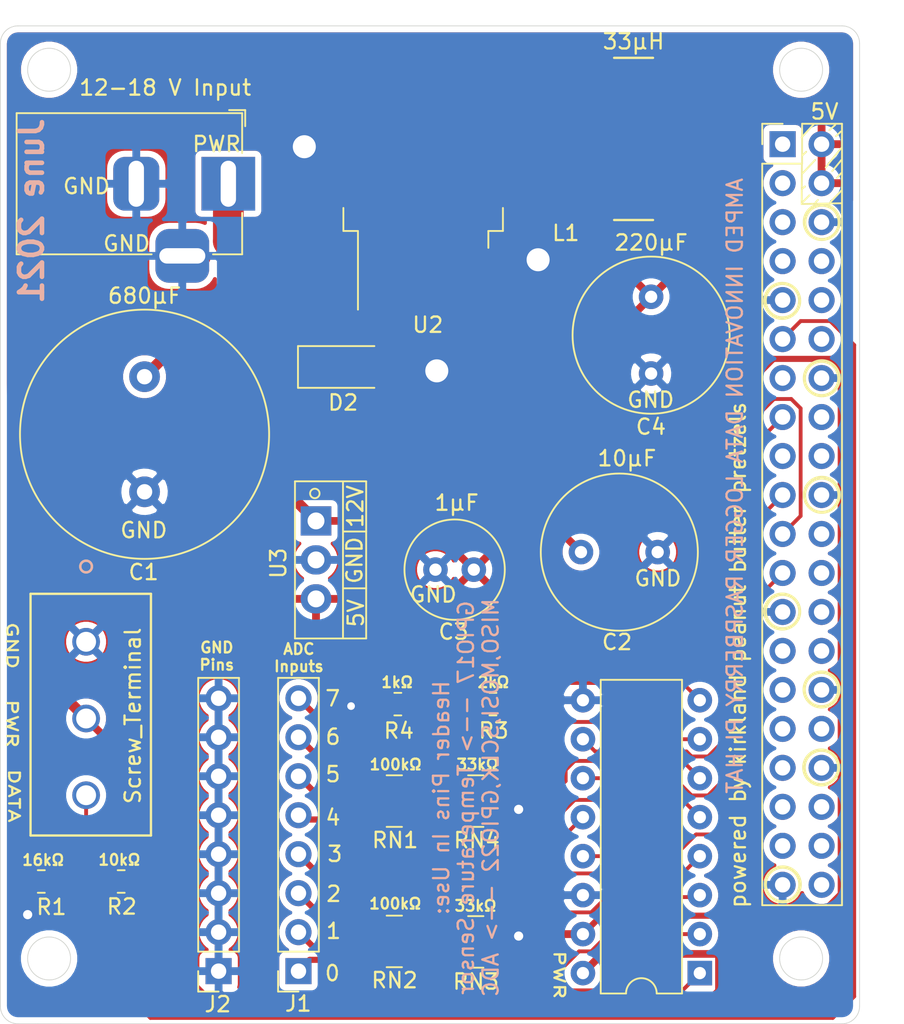
<source format=kicad_pcb>
(kicad_pcb (version 20171130) (host pcbnew "(5.1.9)-1")
  (title_block (title "Data Hat") (date 2021-05-21) (rev 1) (company "Amped Innovation") (comment 1 "Made by Jack on Earth"))
  (layers (0 F.Cu signal) (31 B.Cu signal) (34 B.Paste user) (35 F.Paste user) (36 B.SilkS user hide) (37 F.SilkS user) (38 B.Mask user) (39 F.Mask user hide) (44 Edge.Cuts user))
  (net 0 "")
  (net 1 "Net-(C1-Pad1)")
  (net 2 GND)
  (net 3 "Net-(C3-Pad1)")
  (net 4 "Net-(C4-Pad1)")
  (net 5 "Net-(D2-Pad1)")
  (net 6 "Net-(J1-Pad1)")
  (net 7 "Net-(J1-Pad2)")
  (net 8 "Net-(J1-Pad3)")
  (net 9 "Net-(J1-Pad4)")
  (net 10 "Net-(J1-Pad5)")
  (net 11 "Net-(J1-Pad6)")
  (net 12 "Net-(J1-Pad7)")
  (net 13 "Net-(J1-Pad8)")
  (net 14 "Net-(J3-Pad3)")
  (net 15 "Net-(J5-Pad1)")
  (net 16 "Net-(J5-Pad3)")
  (net 17 "Net-(J5-Pad5)")
  (net 18 "Net-(J5-Pad7)")
  (net 19 "Net-(J5-Pad8)")
  (net 20 "Net-(J5-Pad10)")
  (net 21 "Net-(J5-Pad12)")
  (net 22 "Net-(J5-Pad13)")
  (net 23 "Net-(J5-Pad15)")
  (net 24 "Net-(J5-Pad16)")
  (net 25 "Net-(J5-Pad17)")
  (net 26 "Net-(J5-Pad18)")
  (net 27 "Net-(J5-Pad19)")
  (net 28 "Net-(J5-Pad21)")
  (net 29 "Net-(J5-Pad22)")
  (net 30 "Net-(J5-Pad23)")
  (net 31 "Net-(J5-Pad24)")
  (net 32 "Net-(J5-Pad26)")
  (net 33 "Net-(J5-Pad27)")
  (net 34 "Net-(J5-Pad28)")
  (net 35 "Net-(J5-Pad29)")
  (net 36 "Net-(J5-Pad31)")
  (net 37 "Net-(J5-Pad32)")
  (net 38 "Net-(J5-Pad33)")
  (net 39 "Net-(J5-Pad35)")
  (net 40 "Net-(J5-Pad36)")
  (net 41 "Net-(J5-Pad37)")
  (net 42 "Net-(J5-Pad38)")
  (net 43 "Net-(J5-Pad40)")
  (net 44 "Net-(R3-Pad1)")
  (net 45 "Net-(RN1-Pad7)")
  (net 46 "Net-(RN1-Pad8)")
  (net 47 "Net-(RN1-Pad5)")
  (net 48 "Net-(RN1-Pad6)")
  (net 49 "Net-(RN2-Pad7)")
  (net 50 "Net-(RN2-Pad8)")
  (net 51 "Net-(RN2-Pad5)")
  (net 52 "Net-(RN2-Pad6)")
  (module Connector_PinHeader_2.54mm:PinHeader_2x20_P2.54mm_Vertical (layer F.Cu) (at 215.2015 57.4929)
    (fp_text reference J5)
    (fp_text value Raspberry_Pi_2_3)
    (pad 1 thru_hole rect (at 0 0) (size 1.7 1.7) (drill 1) (layers *.Cu *.Mask) (net 15 "Net-(J5-Pad1)"))
    (pad 2 thru_hole oval (at 2.54 0) (size 1.7 1.7) (drill 1) (layers *.Cu *.Mask) (net 4 "Net-(C4-Pad1)"))
    (pad 3 thru_hole oval (at 0 2.54) (size 1.7 1.7) (drill 1) (layers *.Cu *.Mask) (net 16 "Net-(J5-Pad3)"))
    (pad 4 thru_hole oval (at 2.54 2.54) (size 1.7 1.7) (drill 1) (layers *.Cu *.Mask) (net 4 "Net-(C4-Pad1)"))
    (pad 5 thru_hole oval (at 0 5.08) (size 1.7 1.7) (drill 1) (layers *.Cu *.Mask) (net 17 "Net-(J5-Pad5)"))
    (pad 6 thru_hole oval (at 2.54 5.08) (size 1.7 1.7) (drill 1) (layers *.Cu *.Mask) (net 2 GND))
    (pad 7 thru_hole oval (at 0 7.62) (size 1.7 1.7) (drill 1) (layers *.Cu *.Mask) (net 18 "Net-(J5-Pad7)"))
    (pad 8 thru_hole oval (at 2.54 7.62) (size 1.7 1.7) (drill 1) (layers *.Cu *.Mask) (net 19 "Net-(J5-Pad8)"))
    (pad 9 thru_hole oval (at 0 10.16) (size 1.7 1.7) (drill 1) (layers *.Cu *.Mask) (net 2 GND))
    (pad 10 thru_hole oval (at 2.54 10.16) (size 1.7 1.7) (drill 1) (layers *.Cu *.Mask) (net 20 "Net-(J5-Pad10)"))
    (pad 11 thru_hole oval (at 0 12.7) (size 1.7 1.7) (drill 1) (layers *.Cu *.Mask) (net 14 "Net-(J3-Pad3)"))
    (pad 12 thru_hole oval (at 2.54 12.7) (size 1.7 1.7) (drill 1) (layers *.Cu *.Mask) (net 21 "Net-(J5-Pad12)"))
    (pad 13 thru_hole oval (at 0 15.24) (size 1.7 1.7) (drill 1) (layers *.Cu *.Mask) (net 22 "Net-(J5-Pad13)"))
    (pad 14 thru_hole oval (at 2.54 15.24) (size 1.7 1.7) (drill 1) (layers *.Cu *.Mask) (net 2 GND))
    (pad 15 thru_hole oval (at 0 17.78) (size 1.7 1.7) (drill 1) (layers *.Cu *.Mask) (net 23 "Net-(J5-Pad15)"))
    (pad 16 thru_hole oval (at 2.54 17.78) (size 1.7 1.7) (drill 1) (layers *.Cu *.Mask) (net 24 "Net-(J5-Pad16)"))
    (pad 17 thru_hole oval (at 0 20.32) (size 1.7 1.7) (drill 1) (layers *.Cu *.Mask) (net 25 "Net-(J5-Pad17)"))
    (pad 18 thru_hole oval (at 2.54 20.32) (size 1.7 1.7) (drill 1) (layers *.Cu *.Mask) (net 26 "Net-(J5-Pad18)"))
    (pad 19 thru_hole oval (at 0 22.86) (size 1.7 1.7) (drill 1) (layers *.Cu *.Mask) (net 27 "Net-(J5-Pad19)"))
    (pad 20 thru_hole oval (at 2.54 22.86) (size 1.7 1.7) (drill 1) (layers *.Cu *.Mask) (net 2 GND))
    (pad 21 thru_hole oval (at 0 25.4) (size 1.7 1.7) (drill 1) (layers *.Cu *.Mask) (net 28 "Net-(J5-Pad21)"))
    (pad 22 thru_hole oval (at 2.54 25.4) (size 1.7 1.7) (drill 1) (layers *.Cu *.Mask) (net 29 "Net-(J5-Pad22)"))
    (pad 23 thru_hole oval (at 0 27.94) (size 1.7 1.7) (drill 1) (layers *.Cu *.Mask) (net 30 "Net-(J5-Pad23)"))
    (pad 24 thru_hole oval (at 2.54 27.94) (size 1.7 1.7) (drill 1) (layers *.Cu *.Mask) (net 31 "Net-(J5-Pad24)"))
    (pad 25 thru_hole oval (at 0 30.48) (size 1.7 1.7) (drill 1) (layers *.Cu *.Mask) (net 2 GND))
    (pad 26 thru_hole oval (at 2.54 30.48) (size 1.7 1.7) (drill 1) (layers *.Cu *.Mask) (net 32 "Net-(J5-Pad26)"))
    (pad 27 thru_hole oval (at 0 33.02) (size 1.7 1.7) (drill 1) (layers *.Cu *.Mask) (net 33 "Net-(J5-Pad27)"))
    (pad 28 thru_hole oval (at 2.54 33.02) (size 1.7 1.7) (drill 1) (layers *.Cu *.Mask) (net 34 "Net-(J5-Pad28)"))
    (pad 29 thru_hole oval (at 0 35.56) (size 1.7 1.7) (drill 1) (layers *.Cu *.Mask) (net 35 "Net-(J5-Pad29)"))
    (pad 30 thru_hole oval (at 2.54 35.56) (size 1.7 1.7) (drill 1) (layers *.Cu *.Mask) (net 2 GND))
    (pad 31 thru_hole oval (at 0 38.1) (size 1.7 1.7) (drill 1) (layers *.Cu *.Mask) (net 36 "Net-(J5-Pad31)"))
    (pad 32 thru_hole oval (at 2.54 38.1) (size 1.7 1.7) (drill 1) (layers *.Cu *.Mask) (net 37 "Net-(J5-Pad32)"))
    (pad 33 thru_hole oval (at 0 40.64) (size 1.7 1.7) (drill 1) (layers *.Cu *.Mask) (net 38 "Net-(J5-Pad33)"))
    (pad 34 thru_hole oval (at 2.54 40.64) (size 1.7 1.7) (drill 1) (layers *.Cu *.Mask) (net 2 GND))
    (pad 35 thru_hole oval (at 0 43.18) (size 1.7 1.7) (drill 1) (layers *.Cu *.Mask) (net 39 "Net-(J5-Pad35)"))
    (pad 36 thru_hole oval (at 2.54 43.18) (size 1.7 1.7) (drill 1) (layers *.Cu *.Mask) (net 40 "Net-(J5-Pad36)"))
    (pad 37 thru_hole oval (at 0 45.72) (size 1.7 1.7) (drill 1) (layers *.Cu *.Mask) (net 41 "Net-(J5-Pad37)"))
    (pad 38 thru_hole oval (at 2.54 45.72) (size 1.7 1.7) (drill 1) (layers *.Cu *.Mask) (net 42 "Net-(J5-Pad38)"))
    (pad 39 thru_hole oval (at 0 48.26) (size 1.7 1.7) (drill 1) (layers *.Cu *.Mask) (net 2 GND))
    (pad 40 thru_hole oval (at 2.54 48.26) (size 1.7 1.7) (drill 1) (layers *.Cu *.Mask) (net 43 "Net-(J5-Pad40)"))
  )
  (module Resistor_SMD:R_Array_Convex_4x0603 (layer F.Cu) (at 195.199 109.474)
    (fp_text reference RN3 (at 0.0127 2.5908) (layer F.SilkS))
    (fp_text value 33kΩ (at -0.0127 -2.3495) (layer F.SilkS) (effects (font (size 0.7 0.7))))
    (pad 5 smd rect (at 0.9 1.2) (size 0.8 0.5) (layers F.Cu F.Paste F.Mask) (net 2 GND))
    (pad 6 smd rect (at 0.9 0.4) (size 0.8 0.4) (layers F.Cu F.Paste F.Mask) (net 2 GND))
    (pad 8 smd rect (at 0.9 -1.2) (size 0.8 0.5) (layers F.Cu F.Paste F.Mask) (net 2 GND))
    (pad 7 smd rect (at 0.9 -0.4) (size 0.8 0.4) (layers F.Cu F.Paste F.Mask) (net 2 GND))
    (pad 4 smd rect (at -0.9 1.2) (size 0.8 0.5) (layers F.Cu F.Paste F.Mask) (net 51 "Net-(RN2-Pad5)"))
    (pad 2 smd rect (at -0.9 -0.4) (size 0.8 0.4) (layers F.Cu F.Paste F.Mask) (net 49 "Net-(RN2-Pad7)"))
    (pad 3 smd rect (at -0.9 0.4) (size 0.8 0.4) (layers F.Cu F.Paste F.Mask) (net 52 "Net-(RN2-Pad6)"))
    (pad 1 smd rect (at -0.9 -1.2) (size 0.8 0.5) (layers F.Cu F.Paste F.Mask) (net 50 "Net-(RN2-Pad8)"))
  )
  (module Resistor_SMD:R_Array_Convex_4x0603 (layer F.Cu) (at 189.889 109.442)
    (fp_text reference RN2 (at 0.0141 2.5339) (layer F.SilkS))
    (fp_text value 100kΩ (at 0.0649 -2.4572) (layer F.SilkS) (effects (font (size 0.7 0.7))))
    (pad 5 smd rect (at 0.9 1.2) (size 0.8 0.5) (layers F.Cu F.Paste F.Mask) (net 51 "Net-(RN2-Pad5)"))
    (pad 6 smd rect (at 0.9 0.4) (size 0.8 0.4) (layers F.Cu F.Paste F.Mask) (net 52 "Net-(RN2-Pad6)"))
    (pad 8 smd rect (at 0.9 -1.2) (size 0.8 0.5) (layers F.Cu F.Paste F.Mask) (net 50 "Net-(RN2-Pad8)"))
    (pad 7 smd rect (at 0.9 -0.4) (size 0.8 0.4) (layers F.Cu F.Paste F.Mask) (net 49 "Net-(RN2-Pad7)"))
    (pad 4 smd rect (at -0.9 1.2) (size 0.8 0.5) (layers F.Cu F.Paste F.Mask) (net 6 "Net-(J1-Pad1)"))
    (pad 2 smd rect (at -0.9 -0.4) (size 0.8 0.4) (layers F.Cu F.Paste F.Mask) (net 8 "Net-(J1-Pad3)"))
    (pad 3 smd rect (at -0.9 0.4) (size 0.8 0.4) (layers F.Cu F.Paste F.Mask) (net 7 "Net-(J1-Pad2)"))
    (pad 1 smd rect (at -0.9 -1.2) (size 0.8 0.5) (layers F.Cu F.Paste F.Mask) (net 9 "Net-(J1-Pad4)"))
  )
  (module Resistor_SMD:R_Array_Convex_4x0603 (layer F.Cu) (at 195.199 100.298)
    (fp_text reference RN4 (at 0.0635 2.5593) (layer F.SilkS))
    (fp_text value 33kΩ (at 0.1143 -2.381) (layer F.SilkS) (effects (font (size 0.7 0.7))))
    (pad 5 smd rect (at 0.9 1.2) (size 0.8 0.5) (layers F.Cu F.Paste F.Mask) (net 2 GND))
    (pad 6 smd rect (at 0.9 0.4) (size 0.8 0.4) (layers F.Cu F.Paste F.Mask) (net 2 GND))
    (pad 8 smd rect (at 0.9 -1.2) (size 0.8 0.5) (layers F.Cu F.Paste F.Mask) (net 2 GND))
    (pad 7 smd rect (at 0.9 -0.4) (size 0.8 0.4) (layers F.Cu F.Paste F.Mask) (net 2 GND))
    (pad 4 smd rect (at -0.9 1.2) (size 0.8 0.5) (layers F.Cu F.Paste F.Mask) (net 47 "Net-(RN1-Pad5)"))
    (pad 2 smd rect (at -0.9 -0.4) (size 0.8 0.4) (layers F.Cu F.Paste F.Mask) (net 45 "Net-(RN1-Pad7)"))
    (pad 3 smd rect (at -0.9 0.4) (size 0.8 0.4) (layers F.Cu F.Paste F.Mask) (net 48 "Net-(RN1-Pad6)"))
    (pad 1 smd rect (at -0.9 -1.2) (size 0.8 0.5) (layers F.Cu F.Paste F.Mask) (net 46 "Net-(RN1-Pad8)"))
  )
  (module Resistor_SMD:R_Array_Convex_4x0603 (layer F.Cu) (at 189.889 100.298)
    (fp_text reference RN1 (at 0.0522 2.5466) (layer F.SilkS))
    (fp_text value 100kΩ (at 0.0903 -2.381) (layer F.SilkS) (effects (font (size 0.7 0.7))))
    (pad 5 smd rect (at 0.9 1.2) (size 0.8 0.5) (layers F.Cu F.Paste F.Mask) (net 47 "Net-(RN1-Pad5)"))
    (pad 6 smd rect (at 0.9 0.4) (size 0.8 0.4) (layers F.Cu F.Paste F.Mask) (net 48 "Net-(RN1-Pad6)"))
    (pad 8 smd rect (at 0.9 -1.2) (size 0.8 0.5) (layers F.Cu F.Paste F.Mask) (net 46 "Net-(RN1-Pad8)"))
    (pad 7 smd rect (at 0.9 -0.4) (size 0.8 0.4) (layers F.Cu F.Paste F.Mask) (net 45 "Net-(RN1-Pad7)"))
    (pad 4 smd rect (at -0.9 1.2) (size 0.8 0.5) (layers F.Cu F.Paste F.Mask) (net 10 "Net-(J1-Pad5)"))
    (pad 2 smd rect (at -0.9 -0.4) (size 0.8 0.4) (layers F.Cu F.Paste F.Mask) (net 12 "Net-(J1-Pad7)"))
    (pad 3 smd rect (at -0.9 0.4) (size 0.8 0.4) (layers F.Cu F.Paste F.Mask) (net 11 "Net-(J1-Pad6)"))
    (pad 1 smd rect (at -0.9 -1.2) (size 0.8 0.5) (layers F.Cu F.Paste F.Mask) (net 13 "Net-(J1-Pad8)"))
  )
  (module Capacitor_THT:C_Radial_D10.0mm_H20.0mm_P5.00mm (layer F.Cu) (at 206.629 67.437 270)
    (fp_text reference C4 (at 8.4709 0.0127 180) (layer F.SilkS))
    (fp_text value 220μF (at -3.5306 0 180) (layer F.SilkS))
    (pad 1 thru_hole circle (at 0 0 270) (size 1.6 1.6) (drill 0.8) (layers *.Cu *.Mask) (net 4 "Net-(C4-Pad1)"))
    (pad 2 thru_hole circle (at 5 0 270) (size 1.6 1.6) (drill 0.8) (layers *.Cu *.Mask) (net 2 GND))
  )
  (module Connector_BarrelJack:BarrelJack_Horizontal (layer F.Cu) (at 179.07 60.071)
    (fp_text reference J6)
    (fp_text value Barrel_Jack_Switch)
    (pad 3 thru_hole roundrect (at -3 4.7) (size 3.5 3.5) (drill oval 3 1) (layers *.Cu *.Mask) (net 2 GND))
    (pad 2 thru_hole roundrect (at -6 0) (size 3 3.5) (drill oval 1 3) (layers *.Cu *.Mask) (net 2 GND))
    (pad 1 thru_hole rect (at 0 0) (size 3.5 3.5) (drill oval 1 3) (layers *.Cu *.Mask) (net 1 "Net-(C1-Pad1)"))
  )
  (module Capacitor_THT:C_Radial_D10.0mm_H20.0mm_P5.00mm (layer F.Cu) (at 202.057 84.074)
    (fp_text reference C2 (at 2.3495 5.8674) (layer F.SilkS))
    (fp_text value 10μF (at 2.9972 -6.1087) (layer F.SilkS))
    (pad 2 thru_hole circle (at 5 0) (size 1.6 1.6) (drill 0.8) (layers *.Cu *.Mask) (net 2 GND))
    (pad 1 thru_hole circle (at 0 0) (size 1.6 1.6) (drill 0.8) (layers *.Cu *.Mask) (net 1 "Net-(C1-Pad1)"))
  )
  (module Capacitor_THT:C_Radial_D6.3mm_H11.0mm_P2.50mm (layer F.Cu) (at 195.072 85.217 180)
    (fp_text reference C3 (at 1.3208 -4.0513) (layer F.SilkS))
    (fp_text value 1μF (at 1.1176 4.3561) (layer F.SilkS))
    (pad 1 thru_hole circle (at 0 0 180) (size 1.6 1.6) (drill 0.8) (layers *.Cu *.Mask) (net 3 "Net-(C3-Pad1)"))
    (pad 2 thru_hole circle (at 2.5 0 180) (size 1.6 1.6) (drill 0.8) (layers *.Cu *.Mask) (net 2 GND))
  )
  (module Capacitor_THT:C_Radial_D16.0mm_H25.0mm_P7.50mm (layer F.Cu) (at 173.609 72.644 270)
    (fp_text reference C1 (at 12.7381 0.0635 180) (layer F.SilkS))
    (fp_text value 680μF (at -5.2705 0 180) (layer F.SilkS))
    (pad 1 thru_hole circle (at 0 0 270) (size 2 2) (drill 1) (layers *.Cu *.Mask) (net 1 "Net-(C1-Pad1)"))
    (pad 2 thru_hole circle (at 7.5 0 270) (size 2 2) (drill 1) (layers *.Cu *.Mask) (net 2 GND))
  )
  (module Diode_SMD:D_SOD-128 (layer F.Cu) (at 186.69 72.009)
    (fp_text reference D2 (at -0.1397 2.3241) (layer F.SilkS))
    (fp_text value D_Schottky)
    (pad 1 smd rect (at -2.2 0) (size 1.4 2.1) (layers F.Cu F.Paste F.Mask) (net 5 "Net-(D2-Pad1)"))
    (pad 2 smd rect (at 2.2 0) (size 1.4 2.1) (layers F.Cu F.Paste F.Mask) (net 2 GND))
  )
  (module Connector_PinSocket_2.54mm:PinSocket_1x08_P2.54mm_Vertical (layer F.Cu) (at 183.642 111.379 180)
    (fp_text reference J1 (at 0.0127 -2.1209) (layer F.SilkS))
    (fp_text value Conn_01x08_Female)
    (pad 1 thru_hole rect (at 0 0 180) (size 1.7 1.7) (drill 1) (layers *.Cu *.Mask) (net 6 "Net-(J1-Pad1)"))
    (pad 2 thru_hole oval (at 0 2.54 180) (size 1.7 1.7) (drill 1) (layers *.Cu *.Mask) (net 7 "Net-(J1-Pad2)"))
    (pad 3 thru_hole oval (at 0 5.08 180) (size 1.7 1.7) (drill 1) (layers *.Cu *.Mask) (net 8 "Net-(J1-Pad3)"))
    (pad 4 thru_hole oval (at 0 7.62 180) (size 1.7 1.7) (drill 1) (layers *.Cu *.Mask) (net 9 "Net-(J1-Pad4)"))
    (pad 5 thru_hole oval (at 0 10.16 180) (size 1.7 1.7) (drill 1) (layers *.Cu *.Mask) (net 10 "Net-(J1-Pad5)"))
    (pad 6 thru_hole oval (at 0 12.7 180) (size 1.7 1.7) (drill 1) (layers *.Cu *.Mask) (net 11 "Net-(J1-Pad6)"))
    (pad 7 thru_hole oval (at 0 15.24 180) (size 1.7 1.7) (drill 1) (layers *.Cu *.Mask) (net 12 "Net-(J1-Pad7)"))
    (pad 8 thru_hole oval (at 0 17.78 180) (size 1.7 1.7) (drill 1) (layers *.Cu *.Mask) (net 13 "Net-(J1-Pad8)"))
  )
  (module 3screwterminal:TB002-500-03BE (layer F.Cu) (at 169.799 89.916 270)
    (fp_text reference J3)
    (fp_text value Screw_Terminal (at 4.826 -3.048 90) (layer F.SilkS))
    (fp_text user * (at 0 0 90) (layer F.SilkS))
    (pad 1 thru_hole circle (at 0 0 270) (size 1.8034 1.8034) (drill 1.2954) (layers *.Cu *.Mask) (net 2 GND))
    (pad 2 thru_hole circle (at 5 0 270) (size 1.8034 1.8034) (drill 1.2954) (layers *.Cu *.Mask) (net 4 "Net-(C4-Pad1)"))
    (pad 3 thru_hole circle (at 10 0 270) (size 1.8034 1.8034) (drill 1.2954) (layers *.Cu *.Mask) (net 14 "Net-(J3-Pad3)"))
  )
  (module Inductor33:SRN1060-330M (layer F.Cu) (at 205.486 57.15)
    (fp_text reference L1 (at -4.4196 6.1341) (layer F.SilkS))
    (fp_text value 33μH (at 0 -6.35) (layer F.SilkS))
    (pad 1 smd rect (at -3.302 0) (size 3.5052 10.2108) (layers F.Cu F.Paste F.Mask) (net 5 "Net-(D2-Pad1)"))
    (pad 2 smd rect (at 3.302 0) (size 3.5052 10.2108) (layers F.Cu F.Paste F.Mask) (net 4 "Net-(C4-Pad1)"))
  )
  (module Resistor_SMD:R_0805_2012Metric (layer F.Cu) (at 166.878 105.537 180)
    (fp_text reference R1 (at -0.6604 -1.6637) (layer F.SilkS))
    (fp_text value 16kΩ (at -0.127 1.397) (layer F.SilkS) (effects (font (size 0.7 0.7))))
    (pad 1 smd roundrect (at -0.9125 0 180) (size 1.025 1.4) (layers F.Cu F.Paste F.Mask) (roundrect_rratio 0.2439004878048781) (net 14 "Net-(J3-Pad3)"))
    (pad 2 smd roundrect (at 0.9125 0 180) (size 1.025 1.4) (layers F.Cu F.Paste F.Mask) (roundrect_rratio 0.2439004878048781) (net 2 GND))
  )
  (module Resistor_SMD:R_0805_2012Metric (layer F.Cu) (at 172.085 105.537 180)
    (fp_text reference R2 (at -0.0381 -1.6383) (layer F.SilkS))
    (fp_text value 10kΩ (at 0.1143 1.4097) (layer F.SilkS) (effects (font (size 0.7 0.7))))
    (pad 2 smd roundrect (at 0.9125 0 180) (size 1.025 1.4) (layers F.Cu F.Paste F.Mask) (roundrect_rratio 0.2439004878048781) (net 14 "Net-(J3-Pad3)"))
    (pad 1 smd roundrect (at -0.9125 0 180) (size 1.025 1.4) (layers F.Cu F.Paste F.Mask) (roundrect_rratio 0.2439004878048781) (net 4 "Net-(C4-Pad1)"))
  )
  (module Resistor_SMD:R_0805_2012Metric (layer F.Cu) (at 196.3185 93.98 180)
    (fp_text reference R3 (at -0.0489 -1.7272) (layer F.SilkS))
    (fp_text value 2kΩ (at -0.0362 1.4224) (layer F.SilkS) (effects (font (size 0.7 0.7))))
    (pad 2 smd roundrect (at 0.9125 0 180) (size 1.025 1.4) (layers F.Cu F.Paste F.Mask) (roundrect_rratio 0.2439004878048781) (net 28 "Net-(J5-Pad21)"))
    (pad 1 smd roundrect (at -0.9125 0 180) (size 1.025 1.4) (layers F.Cu F.Paste F.Mask) (roundrect_rratio 0.2439004878048781) (net 44 "Net-(R3-Pad1)"))
  )
  (module Resistor_SMD:R_0805_2012Metric (layer F.Cu) (at 190.119 93.98 180)
    (fp_text reference R4 (at -0.0635 -1.7399) (layer F.SilkS))
    (fp_text value 1kΩ (at 0.0381 1.4224) (layer F.SilkS) (effects (font (size 0.7 0.7))))
    (pad 1 smd roundrect (at -0.9125 0 180) (size 1.025 1.4) (layers F.Cu F.Paste F.Mask) (roundrect_rratio 0.2439004878048781) (net 28 "Net-(J5-Pad21)"))
    (pad 2 smd roundrect (at 0.9125 0 180) (size 1.025 1.4) (layers F.Cu F.Paste F.Mask) (roundrect_rratio 0.2439004878048781) (net 2 GND))
  )
  (module Package_DIP:DIP-16_W7.62mm (layer F.Cu) (at 209.804 111.506 180)
    (fp_text reference U1)
    (fp_text value MCP3008)
    (pad 1 thru_hole rect (at 0 0 180) (size 1.6 1.6) (drill 0.8) (layers *.Cu *.Mask) (net 51 "Net-(RN2-Pad5)"))
    (pad 9 thru_hole oval (at 7.62 17.78 180) (size 1.6 1.6) (drill 0.8) (layers *.Cu *.Mask) (net 2 GND))
    (pad 2 thru_hole oval (at 0 2.54 180) (size 1.6 1.6) (drill 0.8) (layers *.Cu *.Mask) (net 52 "Net-(RN2-Pad6)"))
    (pad 10 thru_hole oval (at 7.62 15.24 180) (size 1.6 1.6) (drill 0.8) (layers *.Cu *.Mask) (net 23 "Net-(J5-Pad15)"))
    (pad 3 thru_hole oval (at 0 5.08 180) (size 1.6 1.6) (drill 0.8) (layers *.Cu *.Mask) (net 49 "Net-(RN2-Pad7)"))
    (pad 11 thru_hole oval (at 7.62 12.7 180) (size 1.6 1.6) (drill 0.8) (layers *.Cu *.Mask) (net 27 "Net-(J5-Pad19)"))
    (pad 4 thru_hole oval (at 0 7.62 180) (size 1.6 1.6) (drill 0.8) (layers *.Cu *.Mask) (net 50 "Net-(RN2-Pad8)"))
    (pad 12 thru_hole oval (at 7.62 10.16 180) (size 1.6 1.6) (drill 0.8) (layers *.Cu *.Mask) (net 44 "Net-(R3-Pad1)"))
    (pad 5 thru_hole oval (at 0 10.16 180) (size 1.6 1.6) (drill 0.8) (layers *.Cu *.Mask) (net 47 "Net-(RN1-Pad5)"))
    (pad 13 thru_hole oval (at 7.62 7.62 180) (size 1.6 1.6) (drill 0.8) (layers *.Cu *.Mask) (net 30 "Net-(J5-Pad23)"))
    (pad 6 thru_hole oval (at 0 12.7 180) (size 1.6 1.6) (drill 0.8) (layers *.Cu *.Mask) (net 48 "Net-(RN1-Pad6)"))
    (pad 14 thru_hole oval (at 7.62 5.08 180) (size 1.6 1.6) (drill 0.8) (layers *.Cu *.Mask) (net 2 GND))
    (pad 7 thru_hole oval (at 0 15.24 180) (size 1.6 1.6) (drill 0.8) (layers *.Cu *.Mask) (net 45 "Net-(RN1-Pad7)"))
    (pad 15 thru_hole oval (at 7.62 2.54 180) (size 1.6 1.6) (drill 0.8) (layers *.Cu *.Mask) (net 3 "Net-(C3-Pad1)"))
    (pad 8 thru_hole oval (at 0 17.78 180) (size 1.6 1.6) (drill 0.8) (layers *.Cu *.Mask) (net 46 "Net-(RN1-Pad8)"))
    (pad 16 thru_hole oval (at 7.62 0 180) (size 1.6 1.6) (drill 0.8) (layers *.Cu *.Mask) (net 4 "Net-(C4-Pad1)"))
  )
  (module Package_TO_SOT_SMD:TO-263-5_TabPin3 (layer F.Cu) (at 191.77 60.198 90)
    (fp_text reference U2 (at -9.0678 0.3048 180) (layer F.SilkS))
    (fp_text value LM2596S-5)
    (pad 1 smd rect (at -5.775 -3.4 90) (size 4.6 1.1) (layers F.Cu F.Paste F.Mask) (net 1 "Net-(C1-Pad1)"))
    (pad 2 smd rect (at -5.775 -1.7 90) (size 4.6 1.1) (layers F.Cu F.Paste F.Mask) (net 5 "Net-(D2-Pad1)"))
    (pad 3 smd rect (at -5.775 0 90) (size 4.6 1.1) (layers F.Cu F.Paste F.Mask) (net 2 GND))
    (pad 4 smd rect (at -5.775 1.7 90) (size 4.6 1.1) (layers F.Cu F.Paste F.Mask) (net 4 "Net-(C4-Pad1)"))
    (pad 5 smd rect (at -5.775 3.4 90) (size 4.6 1.1) (layers F.Cu F.Paste F.Mask) (net 2 GND))
    (pad 3 smd rect (at 3.375 0 90) (size 9.4 10.8) (layers F.Cu F.Mask) (net 2 GND))
  )
  (module Package_TO_SOT_THT:TO-220-3_Vertical (layer F.Cu) (at 184.785 82.042 270)
    (fp_text reference U3 (at 2.7559 2.4511 90) (layer F.SilkS))
    (fp_text value LM7805_TO220)
    (pad 1 thru_hole rect (at 0 0 270) (size 1.905 2) (drill 1.1) (layers *.Cu *.Mask) (net 1 "Net-(C1-Pad1)"))
    (pad 2 thru_hole oval (at 2.54 0 270) (size 1.905 2) (drill 1.1) (layers *.Cu *.Mask) (net 2 GND))
    (pad 3 thru_hole oval (at 5.08 0 270) (size 1.905 2) (drill 1.1) (layers *.Cu *.Mask) (net 3 "Net-(C3-Pad1)"))
  )
  (module Connector_PinSocket_2.54mm:PinSocket_1x08_P2.54mm_Vertical (layer F.Cu) (at 178.435 111.379 180)
    (fp_text reference J2 (at 0.0508 -2.159) (layer F.SilkS))
    (fp_text value Conn_01x08_Female)
    (pad 1 thru_hole rect (at 0 0 180) (size 1.7 1.7) (drill 1) (layers *.Cu *.Mask) (net 2 GND))
    (pad 2 thru_hole oval (at 0 2.54 180) (size 1.7 1.7) (drill 1) (layers *.Cu *.Mask) (net 2 GND))
    (pad 3 thru_hole oval (at 0 5.08 180) (size 1.7 1.7) (drill 1) (layers *.Cu *.Mask) (net 2 GND))
    (pad 4 thru_hole oval (at 0 7.62 180) (size 1.7 1.7) (drill 1) (layers *.Cu *.Mask) (net 2 GND))
    (pad 5 thru_hole oval (at 0 10.16 180) (size 1.7 1.7) (drill 1) (layers *.Cu *.Mask) (net 2 GND))
    (pad 6 thru_hole oval (at 0 12.7 180) (size 1.7 1.7) (drill 1) (layers *.Cu *.Mask) (net 2 GND))
    (pad 7 thru_hole oval (at 0 15.24 180) (size 1.7 1.7) (drill 1) (layers *.Cu *.Mask) (net 2 GND))
    (pad 8 thru_hole oval (at 0 17.78 180) (size 1.7 1.7) (drill 1) (layers *.Cu *.Mask) (net 2 GND))
  )
  (gr_circle (center 184.7088 80.2513) (end 184.9628 80.4291) (layer F.SilkS) (width 0.12))
  (gr_line (start 216.4461 61.3918) (end 219.0242 61.341) (layer F.SilkS) (width 0.12))
  (gr_line (start 216.4588 58.7502) (end 216.4461 61.3918) (layer F.SilkS) (width 0.12))
  (gr_line (start 218.2495 56.5785) (end 218.6305 56.2356) (layer F.SilkS) (width 0.12))
  (gr_line (start 216.4842 58.2295) (end 216.7382 57.9882) (layer F.SilkS) (width 0.12))
  (gr_line (start 218.6813 56.9722) (end 218.9988 56.6674) (layer F.SilkS) (width 0.12))
  (gr_line (start 216.4969 59.3979) (end 217.3224 58.5216) (layer F.SilkS) (width 0.12))
  (gr_line (start 218.0082 59.0042) (end 219.0115 57.7596) (layer F.SilkS) (width 0.12))
  (gr_line (start 216.6493 60.2615) (end 216.6366 60.2615) (layer F.SilkS) (width 0.12))
  (gr_line (start 216.6493 60.2488) (end 216.6493 60.2615) (layer F.SilkS) (width 0.12))
  (gr_line (start 216.4715 60.4012) (end 216.6493 60.2488) (layer F.SilkS) (width 0.12))
  (gr_line (start 219.0115 58.5724) (end 219.0242 58.5597) (layer F.SilkS) (width 0.12))
  (gr_line (start 219.0115 58.547) (end 219.0115 58.5724) (layer F.SilkS) (width 0.12))
  (gr_line (start 218.44 59.2455) (end 219.0115 58.547) (layer F.SilkS) (width 0.12))
  (gr_line (start 216.5096 61.2648) (end 216.9541 60.8203) (layer F.SilkS) (width 0.12))
  (gr_line (start 218.7448 59.69) (end 219.0115 59.3852) (layer F.SilkS) (width 0.12))
  (gr_line (start 217.3478 61.2902) (end 217.5002 61.1251) (layer F.SilkS) (width 0.12))
  (gr_circle (center 217.7542 62.5602) (end 218.9226 62.7253) (layer F.SilkS) (width 0.12))
  (gr_circle (center 215.1761 67.7037) (end 216.3445 67.8688) (layer F.SilkS) (width 0.12))
  (gr_circle (center 217.7542 72.7456) (end 218.9226 72.9107) (layer F.SilkS) (width 0.12))
  (gr_circle (center 217.7542 80.3402) (end 218.9226 80.5053) (layer F.SilkS) (width 0.12))
  (gr_circle (center 215.1761 87.9475) (end 216.3445 88.1126) (layer F.SilkS) (width 0.12))
  (gr_circle (center 217.7161 98.1075) (end 218.8845 98.2726) (layer F.SilkS) (width 0.12))
  (gr_circle (center 217.7415 93.0275) (end 218.9099 93.1926) (layer F.SilkS) (width 0.12))
  (gr_circle (center 215.2015 87.9475) (end 216.281 87.884) (layer F.SilkS) (width 0.12))
  (gr_circle (center 217.7669 62.5856) (end 218.8464 62.5221) (layer F.SilkS) (width 0.12))
  (gr_circle (center 215.1888 67.691) (end 216.2683 67.6275) (layer F.SilkS) (width 0.12))
  (gr_circle (center 217.7415 72.7583) (end 218.821 72.6948) (layer F.SilkS) (width 0.12))
  (gr_circle (center 217.7542 80.3656) (end 218.8337 80.3021) (layer F.SilkS) (width 0.12))
  (gr_circle (center 217.7288 93.0275) (end 218.8083 92.964) (layer F.SilkS) (width 0.12))
  (gr_circle (center 217.7288 98.1075) (end 218.8083 98.044) (layer F.SilkS) (width 0.12))
  (gr_circle (center 215.2142 105.7275) (end 216.3826 105.8926) (layer F.SilkS) (width 0.12))
  (gr_circle (center 215.2015 105.7275) (end 216.281 105.664) (layer F.SilkS) (width 0.12))
  (gr_text " GND \nPins" (at 178.3207 90.8558) (layer F.SilkS) (effects (font (size 0.7 0.7))))
  (gr_text 12V (at 187.3504 81.1022 90) (layer F.SilkS) (effects (font (size 1 1))))
  (gr_text 5V (at 187.3885 88.0491 90) (layer F.SilkS) (effects (font (size 1 1))))
  (gr_text GND (at 187.2996 84.6074 90) (layer F.SilkS) (effects (font (size 1 1))))
  (gr_line (start 216.4334 57.0611) (end 217.2335 56.1848) (layer F.SilkS) (width 0.12))
  (gr_line (start 218.3003 61.2902) (end 219.0496 60.5028) (layer F.SilkS) (width 0.12))
  (gr_text "June 2021" (at 166.243 61.849 90) (layer B.SilkS) (effects (font (size 1.5 1.5) (thickness 0.3)) (justify mirror)))
  (gr_line (start 165.354 49.784) (end 219.075 49.784) (layer Edge.Cuts) (width 0.05))
  (gr_line (start 164.211 113.665) (end 164.211 50.927) (layer Edge.Cuts) (width 0.05))
  (gr_line (start 166.624 114.808) (end 165.354 114.808) (layer Edge.Cuts) (width 0.05))
  (gr_line (start 219.075 114.808) (end 168.148 114.808) (layer Edge.Cuts) (width 0.05))
  (gr_line (start 220.218 50.927) (end 220.218 113.665) (layer Edge.Cuts) (width 0.05))
  (gr_arc (start 219.075 113.665) (end 219.075 114.808) (angle -90) (layer Edge.Cuts) (width 0.05))
  (gr_arc (start 219.075 50.927) (end 220.218 50.927) (angle -90) (layer Edge.Cuts) (width 0.05))
  (gr_arc (start 165.354 50.927) (end 165.354 49.784) (angle -90) (layer Edge.Cuts) (width 0.05))
  (gr_arc (start 165.354 113.665) (end 164.211 113.665) (angle -90) (layer Edge.Cuts) (width 0.05))
  (gr_text "Header Pins In Use:\nGPIO17 --> Temperature Sensor\nMISO,MOSI,SCLK,GPIO22 --> ADC" (at 194.564 100.076 90) (layer B.SilkS) (effects (font (size 1 1)) (justify mirror)))
  (gr_text "powered by kirkland peanut butter pretzels" (at 212.2932 90.7796 90) (layer F.SilkS) (effects (font (size 1 1))))
  (gr_text "AMPED INNOVATION DATA LOGGER RASPBERRY PI HAT" (at 212.09 79.756 90) (layer B.SilkS) (effects (font (size 1 1)) (justify mirror)))
  (gr_text "12-18 V Input" (at 174.9552 53.8099) (layer F.SilkS) (effects (font (size 1 1))))
  (gr_text PWR (at 200.6473 111.6203 270) (layer F.SilkS) (effects (font (size 0.7 1))))
  (gr_text DATA (at 165.1 99.949 -90) (layer F.SilkS) (effects (font (size 0.7 1))))
  (gr_text PWR (at 164.973 95.25 -90) (layer F.SilkS) (effects (font (size 0.7 1))))
  (gr_text PWR (at 178.308 57.4929) (layer F.SilkS) (effects (font (size 1 1))))
  (gr_text 5V (at 217.932 55.372) (layer F.SilkS) (effects (font (size 1 1))))
  (gr_text GND (at 164.973 90.17 270) (layer F.SilkS) (effects (font (size 0.7 1))))
  (gr_text GND (at 192.4304 86.8426) (layer F.SilkS) (effects (font (size 1 1))))
  (gr_text GND (at 207.0735 85.7885) (layer F.SilkS) (effects (font (size 1 1))))
  (gr_text GND (at 172.4406 63.9699) (layer F.SilkS) (effects (font (size 1 1))))
  (gr_text GND (at 169.8244 60.2361) (layer F.SilkS) (effects (font (size 1 1))))
  (gr_text GND (at 206.6036 74.1553) (layer F.SilkS) (effects (font (size 1 1))))
  (gr_text GND (at 173.5582 82.6516) (layer F.SilkS) (effects (font (size 1 1))))
  (gr_text 0 (at 185.8518 111.5187) (layer F.SilkS) (effects (font (size 1 1))))
  (gr_text 1 (at 185.928 108.7628) (layer F.SilkS) (effects (font (size 1 1))))
  (gr_text 2 (at 185.9407 106.3498) (layer F.SilkS) (effects (font (size 1 1))))
  (gr_text 3 (at 186.0169 103.7463) (layer F.SilkS) (effects (font (size 1 1))))
  (gr_text 4 (at 185.8899 101.3714) (layer F.SilkS) (effects (font (size 1 1))))
  (gr_text 5 (at 185.8899 98.552) (layer F.SilkS) (effects (font (size 1 1))))
  (gr_text 6 (at 185.8899 96.1136) (layer F.SilkS) (effects (font (size 1 1))))
  (gr_text 7 (at 185.8772 93.6117) (layer F.SilkS) (effects (font (size 1 1))))
  (gr_text " ADC \nInputs" (at 183.6674 90.9574) (layer F.SilkS) (effects (font (size 0.7 0.7))))
  (gr_line (start 168.148 114.808) (end 166.624 114.808) (layer Edge.Cuts) (width 0.05))
  (gr_circle (center 167.386 52.6415) (end 168.786 52.6415) (layer Edge.Cuts) (width 0.05))
  (gr_circle (center 167.386 110.5535) (end 168.786 110.5535) (layer Edge.Cuts) (width 0.05))
  (gr_circle (center 216.408 110.5535) (end 217.808 110.5535) (layer Edge.Cuts) (width 0.05))
  (gr_circle (center 216.408 52.6415) (end 217.808 52.6415) (layer Edge.Cuts) (width 0.05))
  (via (at 165.989 107.696) (size 1) (drill 0.6) (layers F.Cu B.Cu) (net 2))
  (segment (start 202.184 84.248) (end 201.756 83.82) (width 0.25) (layer B.Cu) (net 1))
  (segment (start 179.07 76.327) (end 184.785 82.042) (width 0.7) (layer F.Cu) (net 1))
  (segment (start 181.222 65.973) (end 188.319999 65.973) (width 2) (layer F.Cu) (net 1))
  (segment (start 179.07 63.821) (end 181.222 65.973) (width 2) (layer F.Cu) (net 1))
  (segment (start 179.07 60.071) (end 179.07 63.821) (width 2) (layer F.Cu) (net 1))
  (segment (start 177.038 69.215) (end 173.609 72.644) (width 0.7) (layer F.Cu) (net 1))
  (segment (start 179.07 69.215) (end 177.038 69.215) (width 0.7) (layer F.Cu) (net 1))
  (segment (start 179.07 63.821) (end 179.07 69.215) (width 0.7) (layer F.Cu) (net 1))
  (segment (start 179.07 69.215) (end 179.07 76.327) (width 0.7) (layer F.Cu) (net 1))
  (segment (start 200.025 82.042) (end 202.057 84.074) (width 0.5) (layer F.Cu) (net 1))
  (segment (start 184.785 82.042) (end 200.025 82.042) (width 0.5) (layer F.Cu) (net 1))
  (segment (start 175.541002 62.044998) (end 175.356 62.23) (width 0.25) (layer B.Cu) (net 2))
  (segment (start 191.984 69.81) (end 191.77 69.596) (width 0.25) (layer B.Cu) (net 2))
  (via (at 197.993 100.838) (size 1) (drill 0.6) (layers F.Cu B.Cu) (net 2))
  (segment (start 198.882 100.584) (end 198.628 100.584) (width 0.25) (layer B.Cu) (net 2))
  (via (at 187.071 94.107) (size 1) (drill 0.5) (layers F.Cu B.Cu) (net 2))
  (via (at 197.993 109.093) (size 1) (drill 0.6) (layers F.Cu B.Cu) (net 2))
  (segment (start 195.17 65.973) (end 197.298 65.973) (width 1.5) (layer F.Cu) (net 2))
  (via (at 199.263 65.024) (size 3) (drill 1.5) (layers F.Cu B.Cu) (net 2))
  (segment (start 191.77 65.973) (end 191.77 69.215) (width 1.25) (layer F.Cu) (net 2))
  (segment (start 191.77 69.215) (end 191.77 69.526047) (width 1.25) (layer F.Cu) (net 2))
  (segment (start 191.77 69.215) (end 191.77 70.739) (width 1.25) (layer F.Cu) (net 2))
  (segment (start 191.77 70.739) (end 191.77 71.374) (width 1.5) (layer F.Cu) (net 2))
  (segment (start 191.77 71.374) (end 192.659 72.263) (width 1.5) (layer F.Cu) (net 2))
  (segment (start 192.659 72.263) (end 192.659 72.263) (width 1.5) (layer F.Cu) (net 2))
  (via (at 192.659 72.263) (size 3) (drill 1.5) (layers F.Cu B.Cu) (net 2))
  (segment (start 191.77 56.823) (end 184.858 56.823) (width 1.5) (layer F.Cu) (net 2))
  (segment (start 184.858 56.823) (end 184.023 57.658) (width 1.5) (layer F.Cu) (net 2))
  (segment (start 184.023 57.658) (end 184.023 57.658) (width 1.5) (layer F.Cu) (net 2))
  (via (at 184.023 57.658) (size 3) (drill 1.5) (layers F.Cu B.Cu) (net 2))
  (segment (start 197.298 65.973) (end 198.187 65.973) (width 1.5) (layer F.Cu) (net 2))
  (segment (start 198.187 65.973) (end 199.263 64.897) (width 1.5) (layer F.Cu) (net 2))
  (segment (start 177.395999 64.929999) (end 176.355999 65.969999) (width 1) (layer F.Cu) (net 2))
  (segment (start 196.099 99.098) (end 196.099 101.498) (width 0.4) (layer F.Cu) (net 2))
  (segment (start 196.099 108.274) (end 196.099 110.674) (width 0.4) (layer F.Cu) (net 2))
  (segment (start 197.853 100.698) (end 197.993 100.838) (width 0.4) (layer F.Cu) (net 2))
  (segment (start 196.099 100.698) (end 197.853 100.698) (width 0.4) (layer F.Cu) (net 2))
  (segment (start 197.974 109.074) (end 197.993 109.093) (width 0.4) (layer F.Cu) (net 2))
  (segment (start 196.099 109.074) (end 197.974 109.074) (width 0.4) (layer F.Cu) (net 2))
  (segment (start 187.198 93.98) (end 187.071 94.107) (width 0.25) (layer F.Cu) (net 2))
  (segment (start 189.2065 93.98) (end 187.198 93.98) (width 0.25) (layer F.Cu) (net 2))
  (segment (start 178.435 111.379) (end 178.435 93.599) (width 0.5) (layer F.Cu) (net 2))
  (segment (start 192.405 72.009) (end 192.659 72.263) (width 0.7) (layer F.Cu) (net 2))
  (segment (start 188.89 72.009) (end 192.405 72.009) (width 0.7) (layer F.Cu) (net 2))
  (segment (start 178.054 101.6) (end 178.435 101.219) (width 0.5) (layer F.Cu) (net 2))
  (segment (start 165.9655 107.6725) (end 165.989 107.696) (width 0.4) (layer F.Cu) (net 2))
  (segment (start 165.9655 105.537) (end 165.9655 107.6725) (width 0.4) (layer F.Cu) (net 2))
  (segment (start 218.341501 71.482899) (end 214.601499 71.482899) (width 0.4) (layer F.Cu) (net 3))
  (segment (start 218.991501 72.132899) (end 218.341501 71.482899) (width 0.4) (layer F.Cu) (net 3))
  (segment (start 218.991501 106.352901) (end 218.991501 72.132899) (width 0.4) (layer F.Cu) (net 3))
  (segment (start 214.601499 71.482899) (end 210.566 75.518398) (width 0.4) (layer F.Cu) (net 3))
  (segment (start 217.578403 107.765999) (end 218.991501 106.352901) (width 0.4) (layer F.Cu) (net 3))
  (segment (start 203.384001 107.765999) (end 217.578403 107.765999) (width 0.4) (layer F.Cu) (net 3))
  (segment (start 202.184 108.966) (end 203.384001 107.765999) (width 0.4) (layer F.Cu) (net 3))
  (segment (start 195.129001 85.274001) (end 195.072 85.217) (width 0.4) (layer F.Cu) (net 3))
  (segment (start 210.566 75.518398) (end 210.566 82.341002) (width 0.4) (layer F.Cu) (net 3))
  (segment (start 210.566 82.341002) (end 210.566 83.5152) (width 0.4) (layer F.Cu) (net 3))
  (segment (start 209.620101 56.317899) (end 208.788 57.15) (width 0.25) (layer F.Cu) (net 4))
  (segment (start 209.695101 56.242899) (end 208.788 57.15) (width 0.4) (layer F.Cu) (net 4))
  (segment (start 193.47 65.973) (end 193.47 64.012998) (width 0.5) (layer F.Cu) (net 4))
  (segment (start 210.120101 55.817899) (end 208.788 57.15) (width 1.25) (layer F.Cu) (net 4))
  (segment (start 208.788 57.15) (end 208.788 57.023) (width 1.5) (layer F.Cu) (net 4))
  (segment (start 208.788 59.564002) (end 208.788 57.15) (width 2) (layer F.Cu) (net 4))
  (segment (start 208.788 57.15) (end 208.788 55.635998) (width 1) (layer F.Cu) (net 4))
  (segment (start 172.9975 98.1145) (end 172.9975 105.537) (width 0.5) (layer F.Cu) (net 4))
  (segment (start 169.799 94.916) (end 172.9975 98.1145) (width 0.5) (layer F.Cu) (net 4))
  (segment (start 193.47 65.973) (end 193.47 68.113002) (width 0.7) (layer F.Cu) (net 4))
  (segment (start 166.624 92.964) (end 167.847 92.964) (width 0.7) (layer F.Cu) (net 4))
  (segment (start 208.788 57.15) (end 208.788 52.959) (width 0.7) (layer F.Cu) (net 4))
  (segment (start 167.847 92.964) (end 169.799 94.916) (width 0.7) (layer F.Cu) (net 4))
  (segment (start 166.624 92.964) (end 166.624 73.66) (width 0.7) (layer F.Cu) (net 4))
  (segment (start 203.434001 110.255999) (end 202.184 111.506) (width 0.5) (layer F.Cu) (net 4))
  (segment (start 210.964001 110.255999) (end 203.434001 110.255999) (width 0.5) (layer F.Cu) (net 4))
  (segment (start 211.054001 110.345999) (end 210.964001 110.255999) (width 0.5) (layer F.Cu) (net 4))
  (segment (start 211.054001 112.666001) (end 211.054001 110.345999) (width 0.5) (layer F.Cu) (net 4))
  (segment (start 210.055002 113.665) (end 211.054001 112.666001) (width 0.5) (layer F.Cu) (net 4))
  (segment (start 178.181 113.665) (end 210.055002 113.665) (width 0.5) (layer F.Cu) (net 4))
  (segment (start 172.9975 108.4815) (end 178.181 113.665) (width 0.5) (layer F.Cu) (net 4))
  (segment (start 172.9975 105.537) (end 172.9975 108.4815) (width 0.5) (layer F.Cu) (net 4))
  (segment (start 202.184 58.219002) (end 202.184 57.15) (width 1.5) (layer F.Cu) (net 5))
  (segment (start 189.680001 62.722999) (end 190.269999 63.312997) (width 1.5) (layer F.Cu) (net 5))
  (segment (start 190.269999 63.312997) (end 190.269999 65.16527) (width 1.5) (layer F.Cu) (net 5))
  (segment (start 197.680003 62.722999) (end 189.680001 62.722999) (width 1.5) (layer F.Cu) (net 5))
  (segment (start 202.184 58.219002) (end 197.680003 62.722999) (width 1.5) (layer F.Cu) (net 5))
  (segment (start 190.07 68.113002) (end 188.841002 69.342) (width 0.7) (layer F.Cu) (net 5))
  (segment (start 190.07 65.973) (end 190.07 68.113002) (width 0.7) (layer F.Cu) (net 5))
  (segment (start 187.157 69.342) (end 184.49 72.009) (width 0.7) (layer F.Cu) (net 5))
  (segment (start 188.841002 69.342) (end 187.157 69.342) (width 0.7) (layer F.Cu) (net 5))
  (segment (start 184.379 110.642) (end 183.642 111.379) (width 0.4) (layer F.Cu) (net 6))
  (segment (start 188.989 110.642) (end 184.379 110.642) (width 0.4) (layer F.Cu) (net 6))
  (segment (start 184.645 109.842) (end 183.642 108.839) (width 0.4) (layer F.Cu) (net 7))
  (segment (start 188.989 109.842) (end 184.645 109.842) (width 0.4) (layer F.Cu) (net 7))
  (segment (start 186.385 109.042) (end 183.642 106.299) (width 0.4) (layer F.Cu) (net 8))
  (segment (start 188.989 109.042) (end 186.385 109.042) (width 0.4) (layer F.Cu) (net 8))
  (segment (start 188.125 108.242) (end 183.642 103.759) (width 0.4) (layer F.Cu) (net 9))
  (segment (start 188.989 108.242) (end 188.125 108.242) (width 0.4) (layer F.Cu) (net 9))
  (segment (start 183.921 101.498) (end 183.642 101.219) (width 0.25) (layer F.Cu) (net 10))
  (segment (start 188.989 101.498) (end 183.921 101.498) (width 0.4) (layer F.Cu) (net 10))
  (segment (start 185.661 100.698) (end 183.642 98.679) (width 0.4) (layer F.Cu) (net 11))
  (segment (start 188.989 100.698) (end 185.661 100.698) (width 0.4) (layer F.Cu) (net 11))
  (segment (start 187.401 99.898) (end 183.642 96.139) (width 0.4) (layer F.Cu) (net 12))
  (segment (start 188.989 99.898) (end 187.401 99.898) (width 0.4) (layer F.Cu) (net 12))
  (segment (start 188.989 99.098) (end 188.989 98.946) (width 0.25) (layer F.Cu) (net 13))
  (segment (start 188.989 98.946) (end 183.642 93.599) (width 0.4) (layer F.Cu) (net 13))
  (segment (start 171.1725 111.6095) (end 173.99 114.427) (width 0.25) (layer F.Cu) (net 14))
  (segment (start 173.99 114.427) (end 218.47099 114.427) (width 0.25) (layer F.Cu) (net 14))
  (segment (start 218.47099 114.427) (end 219.86799 113.03) (width 0.25) (layer F.Cu) (net 14))
  (segment (start 216.376501 69.017899) (end 215.2015 70.1929) (width 0.25) (layer F.Cu) (net 14))
  (segment (start 218.305501 69.017899) (end 216.376501 69.017899) (width 0.25) (layer F.Cu) (net 14))
  (segment (start 219.86799 70.580388) (end 218.305501 69.017899) (width 0.25) (layer F.Cu) (net 14))
  (segment (start 219.86799 113.03) (end 219.86799 70.580388) (width 0.25) (layer F.Cu) (net 14))
  (segment (start 169.799 104.1635) (end 171.1725 105.537) (width 0.25) (layer F.Cu) (net 14))
  (segment (start 169.799 99.916) (end 169.799 104.1635) (width 0.25) (layer F.Cu) (net 14))
  (segment (start 171.1725 111.6095) (end 171.1725 105.537) (width 0.25) (layer F.Cu) (net 14))
  (segment (start 167.7905 105.537) (end 171.1725 105.537) (width 0.4) (layer F.Cu) (net 14))
  (segment (start 214.7824 75.692) (end 215.2015 75.2729) (width 0.25) (layer F.Cu) (net 23))
  (segment (start 212.45998 78.01442) (end 215.2015 75.2729) (width 0.25) (layer F.Cu) (net 23))
  (segment (start 212.45998 95.275022) (end 212.45998 92.44498) (width 0.25) (layer F.Cu) (net 23))
  (segment (start 209.263999 97.391001) (end 210.344001 97.391001) (width 0.25) (layer F.Cu) (net 23))
  (segment (start 208.938997 97.065999) (end 209.263999 97.391001) (width 0.25) (layer F.Cu) (net 23))
  (segment (start 202.983999 97.065999) (end 208.938997 97.065999) (width 0.25) (layer F.Cu) (net 23))
  (segment (start 202.184 96.266) (end 202.983999 97.065999) (width 0.25) (layer F.Cu) (net 23))
  (segment (start 212.45998 92.44498) (end 212.45998 78.01442) (width 0.25) (layer F.Cu) (net 23))
  (segment (start 210.344001 97.391001) (end 212.45998 95.275022) (width 0.25) (layer F.Cu) (net 23))
  (segment (start 212.45998 92.735022) (end 212.45998 92.44498) (width 0.25) (layer F.Cu) (net 23))
  (segment (start 215.1126 80.264) (end 215.2015 80.3529) (width 0.25) (layer F.Cu) (net 27))
  (segment (start 212.90999 97.365012) (end 212.90999 82.64441) (width 0.25) (layer F.Cu) (net 27))
  (segment (start 210.344001 99.931001) (end 212.90999 97.365012) (width 0.25) (layer F.Cu) (net 27))
  (segment (start 209.263999 99.931001) (end 210.344001 99.931001) (width 0.25) (layer F.Cu) (net 27))
  (segment (start 208.138998 98.806) (end 209.263999 99.931001) (width 0.25) (layer F.Cu) (net 27))
  (segment (start 212.90999 82.64441) (end 215.2015 80.3529) (width 0.25) (layer F.Cu) (net 27))
  (segment (start 202.184 98.806) (end 208.138998 98.806) (width 0.25) (layer F.Cu) (net 27))
  (segment (start 195.406 93.98) (end 191.0315 93.98) (width 0.25) (layer F.Cu) (net 28))
  (segment (start 195.406 93.98) (end 198.581 90.805) (width 0.25) (layer F.Cu) (net 28))
  (segment (start 215.765501 74.097899) (end 216.376501 74.708899) (width 0.25) (layer F.Cu) (net 28))
  (segment (start 216.376501 81.717899) (end 215.2015 82.8929) (width 0.25) (layer F.Cu) (net 28))
  (segment (start 216.376501 74.708899) (end 216.376501 81.717899) (width 0.25) (layer F.Cu) (net 28))
  (segment (start 212.00997 76.725428) (end 214.637499 74.097899) (width 0.25) (layer F.Cu) (net 28))
  (segment (start 214.637499 74.097899) (end 215.765501 74.097899) (width 0.25) (layer F.Cu) (net 28))
  (segment (start 212.00997 86.05903) (end 212.00997 76.725428) (width 0.25) (layer F.Cu) (net 28))
  (segment (start 207.264 90.805) (end 212.00997 86.05903) (width 0.25) (layer F.Cu) (net 28))
  (segment (start 198.581 90.805) (end 207.264 90.805) (width 0.25) (layer F.Cu) (net 28))
  (segment (start 213.36 87.2744) (end 215.2015 85.4329) (width 0.25) (layer F.Cu) (net 30))
  (segment (start 213.36 102.108) (end 213.36 87.2744) (width 0.25) (layer F.Cu) (net 30))
  (segment (start 212.996999 102.471001) (end 213.36 102.108) (width 0.25) (layer F.Cu) (net 30))
  (segment (start 209.567999 102.471001) (end 212.996999 102.471001) (width 0.25) (layer F.Cu) (net 30))
  (segment (start 209.55 102.489) (end 209.567999 102.471001) (width 0.25) (layer F.Cu) (net 30))
  (segment (start 209.535998 102.489) (end 209.55 102.489) (width 0.25) (layer F.Cu) (net 30))
  (segment (start 208.138998 103.886) (end 209.535998 102.489) (width 0.25) (layer F.Cu) (net 30))
  (segment (start 202.184 103.886) (end 208.138998 103.886) (width 0.25) (layer F.Cu) (net 30))
  (segment (start 196.20599 95.00501) (end 197.231 93.98) (width 0.25) (layer F.Cu) (net 44))
  (segment (start 193.646988 95.00501) (end 196.20599 95.00501) (width 0.25) (layer F.Cu) (net 44))
  (segment (start 190.063999 98.587999) (end 193.646988 95.00501) (width 0.25) (layer F.Cu) (net 44))
  (segment (start 190.063999 102.179999) (end 190.063999 98.587999) (width 0.25) (layer F.Cu) (net 44))
  (segment (start 190.857021 102.973021) (end 190.063999 102.179999) (width 0.25) (layer F.Cu) (net 44))
  (segment (start 200.556979 102.973021) (end 190.857021 102.973021) (width 0.25) (layer F.Cu) (net 44))
  (segment (start 202.184 101.346) (end 200.556979 102.973021) (width 0.25) (layer F.Cu) (net 44))
  (segment (start 190.789 99.898) (end 194.299 99.898) (width 0.4) (layer F.Cu) (net 45))
  (segment (start 204.597 96.266) (end 209.804 96.266) (width 0.25) (layer F.Cu) (net 45))
  (segment (start 203.471999 95.140999) (end 204.597 96.266) (width 0.25) (layer F.Cu) (net 45))
  (segment (start 201.404001 95.140999) (end 203.471999 95.140999) (width 0.25) (layer F.Cu) (net 45))
  (segment (start 197.568998 96.393) (end 200.152 96.393) (width 0.25) (layer F.Cu) (net 45))
  (segment (start 195.373999 98.587999) (end 197.568998 96.393) (width 0.25) (layer F.Cu) (net 45))
  (segment (start 195.373999 99.473001) (end 195.373999 98.587999) (width 0.25) (layer F.Cu) (net 45))
  (segment (start 200.152 96.393) (end 201.404001 95.140999) (width 0.25) (layer F.Cu) (net 45))
  (segment (start 194.949 99.898) (end 195.373999 99.473001) (width 0.25) (layer F.Cu) (net 45))
  (segment (start 194.299 99.898) (end 194.949 99.898) (width 0.25) (layer F.Cu) (net 45))
  (segment (start 190.789 99.098) (end 194.299 99.098) (width 0.4) (layer F.Cu) (net 46))
  (segment (start 194.299 99.098) (end 194.526 99.098) (width 0.25) (layer F.Cu) (net 46))
  (segment (start 200.724589 92.600999) (end 208.678999 92.600999) (width 0.25) (layer F.Cu) (net 46))
  (segment (start 208.678999 92.600999) (end 209.804 93.726) (width 0.25) (layer F.Cu) (net 46))
  (segment (start 194.299 99.026588) (end 200.724589 92.600999) (width 0.25) (layer F.Cu) (net 46))
  (segment (start 194.299 99.098) (end 194.299 99.026588) (width 0.25) (layer F.Cu) (net 46))
  (segment (start 190.789 101.498) (end 194.299 101.498) (width 0.4) (layer F.Cu) (net 47))
  (segment (start 208.678999 100.220999) (end 209.804 101.346) (width 0.25) (layer F.Cu) (net 47))
  (segment (start 201.643999 100.220999) (end 208.678999 100.220999) (width 0.25) (layer F.Cu) (net 47))
  (segment (start 199.341987 102.523011) (end 201.643999 100.220999) (width 0.25) (layer F.Cu) (net 47))
  (segment (start 194.824011 102.523011) (end 199.341987 102.523011) (width 0.25) (layer F.Cu) (net 47))
  (segment (start 194.299 101.998) (end 194.824011 102.523011) (width 0.25) (layer F.Cu) (net 47))
  (segment (start 194.299 101.498) (end 194.299 101.998) (width 0.25) (layer F.Cu) (net 47))
  (segment (start 190.789 100.698) (end 194.299 100.698) (width 0.4) (layer F.Cu) (net 48))
  (segment (start 201.643999 97.680999) (end 208.678999 97.680999) (width 0.25) (layer F.Cu) (net 48))
  (segment (start 201.058999 98.265999) (end 201.643999 97.680999) (width 0.25) (layer F.Cu) (net 48))
  (segment (start 201.058999 98.993003) (end 201.058999 98.265999) (width 0.25) (layer F.Cu) (net 48))
  (segment (start 197.979001 102.073001) (end 201.058999 98.993003) (width 0.25) (layer F.Cu) (net 48))
  (segment (start 208.678999 97.680999) (end 209.804 98.806) (width 0.25) (layer F.Cu) (net 48))
  (segment (start 195.438999 102.073001) (end 197.979001 102.073001) (width 0.25) (layer F.Cu) (net 48))
  (segment (start 195.373999 102.008001) (end 195.438999 102.073001) (width 0.25) (layer F.Cu) (net 48))
  (segment (start 195.373999 101.122999) (end 195.373999 102.008001) (width 0.25) (layer F.Cu) (net 48))
  (segment (start 194.949 100.698) (end 195.373999 101.122999) (width 0.25) (layer F.Cu) (net 48))
  (segment (start 194.299 100.698) (end 194.949 100.698) (width 0.25) (layer F.Cu) (net 48))
  (segment (start 194.267 109.042) (end 194.299 109.074) (width 0.4) (layer F.Cu) (net 49))
  (segment (start 190.789 109.042) (end 194.267 109.042) (width 0.4) (layer F.Cu) (net 49))
  (segment (start 195.373999 107.763999) (end 195.586997 107.551001) (width 0.25) (layer F.Cu) (net 49))
  (segment (start 195.373999 108.664001) (end 195.373999 107.763999) (width 0.25) (layer F.Cu) (net 49))
  (segment (start 194.964 109.074) (end 195.373999 108.664001) (width 0.25) (layer F.Cu) (net 49))
  (segment (start 194.299 109.074) (end 194.964 109.074) (width 0.25) (layer F.Cu) (net 49))
  (segment (start 202.724001 107.551001) (end 203.454 106.821002) (width 0.25) (layer F.Cu) (net 49))
  (segment (start 195.586997 107.551001) (end 202.724001 107.551001) (width 0.25) (layer F.Cu) (net 49))
  (segment (start 203.454 106.821002) (end 203.454 106.553) (width 0.25) (layer F.Cu) (net 49))
  (segment (start 209.677 106.553) (end 209.804 106.426) (width 0.25) (layer F.Cu) (net 49))
  (segment (start 203.454 106.553) (end 209.677 106.553) (width 0.25) (layer F.Cu) (net 49))
  (segment (start 194.267 108.242) (end 194.299 108.274) (width 0.4) (layer F.Cu) (net 50))
  (segment (start 190.789 108.242) (end 194.267 108.242) (width 0.4) (layer F.Cu) (net 50))
  (segment (start 208.678999 105.011001) (end 209.804 103.886) (width 0.25) (layer F.Cu) (net 50))
  (segment (start 197.061999 105.011001) (end 208.678999 105.011001) (width 0.25) (layer F.Cu) (net 50))
  (segment (start 194.299 107.774) (end 197.061999 105.011001) (width 0.25) (layer F.Cu) (net 50))
  (segment (start 194.299 108.274) (end 194.299 107.774) (width 0.25) (layer F.Cu) (net 50))
  (segment (start 194.267 110.642) (end 194.299 110.674) (width 0.4) (layer F.Cu) (net 51))
  (segment (start 190.789 110.642) (end 194.267 110.642) (width 0.4) (layer F.Cu) (net 51))
  (segment (start 208.678999 112.631001) (end 209.804 111.506) (width 0.25) (layer F.Cu) (net 51))
  (segment (start 195.756001 112.631001) (end 208.678999 112.631001) (width 0.25) (layer F.Cu) (net 51))
  (segment (start 194.299 111.174) (end 195.756001 112.631001) (width 0.25) (layer F.Cu) (net 51))
  (segment (start 194.299 110.674) (end 194.299 111.174) (width 0.25) (layer F.Cu) (net 51))
  (segment (start 194.267 109.842) (end 194.299 109.874) (width 0.4) (layer F.Cu) (net 52))
  (segment (start 190.789 109.842) (end 194.267 109.842) (width 0.4) (layer F.Cu) (net 52))
  (segment (start 200.775997 111.249001) (end 201.933997 110.091001) (width 0.25) (layer F.Cu) (net 52))
  (segment (start 195.373999 110.513997) (end 195.373999 111.184001) (width 0.25) (layer F.Cu) (net 52))
  (segment (start 194.734002 109.874) (end 195.373999 110.513997) (width 0.25) (layer F.Cu) (net 52))
  (segment (start 195.438999 111.249001) (end 200.775997 111.249001) (width 0.25) (layer F.Cu) (net 52))
  (segment (start 195.373999 111.184001) (end 195.438999 111.249001) (width 0.25) (layer F.Cu) (net 52))
  (segment (start 194.299 109.874) (end 194.734002 109.874) (width 0.25) (layer F.Cu) (net 52))
  (segment (start 202.724001 110.091001) (end 203.581 109.234002) (width 0.25) (layer F.Cu) (net 52))
  (segment (start 201.933997 110.091001) (end 202.724001 110.091001) (width 0.25) (layer F.Cu) (net 52))
  (segment (start 203.581 109.234002) (end 203.581 108.966) (width 0.25) (layer F.Cu) (net 52))
  (segment (start 203.581 108.966) (end 209.804 108.966) (width 0.25) (layer F.Cu) (net 52))
  (zone (net 4) (net_name "Net-(C4-Pad1)") (layer F.Cu) (connect_pads (clearance 0.4)) (min_thickness 0.254) (fill yes (arc_segments 32) (thermal_gap 0.508) (thermal_bridge_width 0.508))
    (polygon (pts (xy 220.091 50.927) (xy 220.091 61.25845) (xy 213.69655 61.3283) (xy 199.136 74.8919) (xy 164.6555 74.549) (xy 164.338 50.8) (xy 165.354 49.911) (xy 218.948 49.911)))
  )
  (zone (net 3) (net_name "Net-(C3-Pad1)") (layer F.Cu) (connect_pads (clearance 0.4)) (min_thickness 0.254) (fill yes (arc_segments 32) (thermal_gap 0.508) (thermal_bridge_width 0.508))
    (polygon (pts (xy 220.091 113.538) (xy 219.075 114.681) (xy 165.481 114.681) (xy 164.338 113.665) (xy 164.592 84.455) (xy 164.592 83.185) (xy 220.091 83.185)))
  )
  (zone (net 2) (net_name GND) (layer B.Cu) (connect_pads (clearance 0.4)) (min_thickness 0.254) (fill yes (arc_segments 32) (thermal_gap 0.508) (thermal_bridge_width 0.508))
    (polygon (pts (xy 220.091 50.8) (xy 220.091 113.665) (xy 219.075 114.681) (xy 165.227 114.681) (xy 164.338 113.665) (xy 164.338 50.8) (xy 165.227 49.911) (xy 219.075 49.911)))
  )
)
</source>
